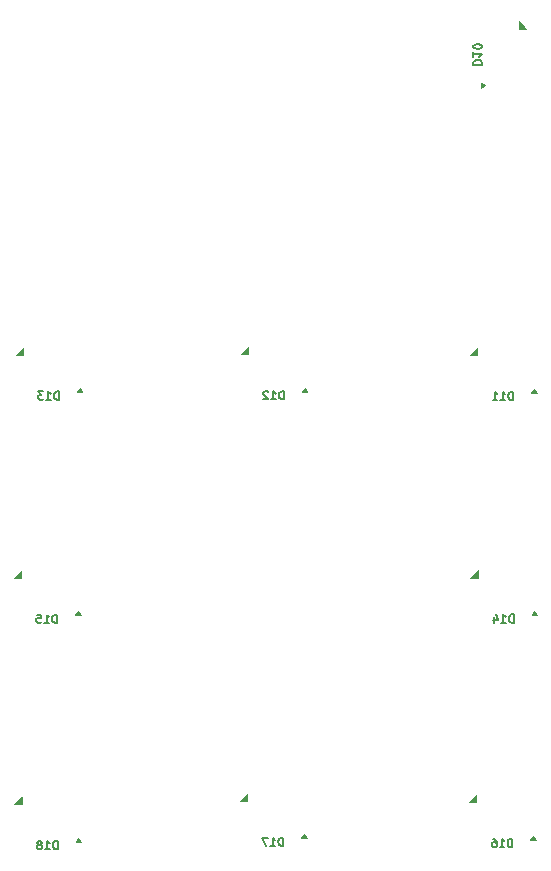
<source format=gbr>
%TF.GenerationSoftware,KiCad,Pcbnew,9.0.2*%
%TF.CreationDate,2025-07-10T19:44:47-04:00*%
%TF.ProjectId,AAPad_pcb,41415061-645f-4706-9362-2e6b69636164,rev?*%
%TF.SameCoordinates,Original*%
%TF.FileFunction,Legend,Bot*%
%TF.FilePolarity,Positive*%
%FSLAX46Y46*%
G04 Gerber Fmt 4.6, Leading zero omitted, Abs format (unit mm)*
G04 Created by KiCad (PCBNEW 9.0.2) date 2025-07-10 19:44:47*
%MOMM*%
%LPD*%
G01*
G04 APERTURE LIST*
%ADD10C,0.150000*%
%ADD11C,0.100000*%
%ADD12C,0.120000*%
G04 APERTURE END LIST*
D10*
X112486200Y-76831133D02*
X112486200Y-76131133D01*
X112486200Y-76131133D02*
X112319533Y-76131133D01*
X112319533Y-76131133D02*
X112219533Y-76164466D01*
X112219533Y-76164466D02*
X112152867Y-76231133D01*
X112152867Y-76231133D02*
X112119533Y-76297800D01*
X112119533Y-76297800D02*
X112086200Y-76431133D01*
X112086200Y-76431133D02*
X112086200Y-76531133D01*
X112086200Y-76531133D02*
X112119533Y-76664466D01*
X112119533Y-76664466D02*
X112152867Y-76731133D01*
X112152867Y-76731133D02*
X112219533Y-76797800D01*
X112219533Y-76797800D02*
X112319533Y-76831133D01*
X112319533Y-76831133D02*
X112486200Y-76831133D01*
X111419533Y-76831133D02*
X111819533Y-76831133D01*
X111619533Y-76831133D02*
X111619533Y-76131133D01*
X111619533Y-76131133D02*
X111686200Y-76231133D01*
X111686200Y-76231133D02*
X111752867Y-76297800D01*
X111752867Y-76297800D02*
X111819533Y-76331133D01*
X111152866Y-76197800D02*
X111119533Y-76164466D01*
X111119533Y-76164466D02*
X111052866Y-76131133D01*
X111052866Y-76131133D02*
X110886200Y-76131133D01*
X110886200Y-76131133D02*
X110819533Y-76164466D01*
X110819533Y-76164466D02*
X110786200Y-76197800D01*
X110786200Y-76197800D02*
X110752866Y-76264466D01*
X110752866Y-76264466D02*
X110752866Y-76331133D01*
X110752866Y-76331133D02*
X110786200Y-76431133D01*
X110786200Y-76431133D02*
X111186200Y-76831133D01*
X111186200Y-76831133D02*
X110752866Y-76831133D01*
X128552766Y-48475000D02*
X129252766Y-48475000D01*
X129252766Y-48475000D02*
X129252766Y-48308333D01*
X129252766Y-48308333D02*
X129219433Y-48208333D01*
X129219433Y-48208333D02*
X129152766Y-48141667D01*
X129152766Y-48141667D02*
X129086100Y-48108333D01*
X129086100Y-48108333D02*
X128952766Y-48075000D01*
X128952766Y-48075000D02*
X128852766Y-48075000D01*
X128852766Y-48075000D02*
X128719433Y-48108333D01*
X128719433Y-48108333D02*
X128652766Y-48141667D01*
X128652766Y-48141667D02*
X128586100Y-48208333D01*
X128586100Y-48208333D02*
X128552766Y-48308333D01*
X128552766Y-48308333D02*
X128552766Y-48475000D01*
X128552766Y-47408333D02*
X128552766Y-47808333D01*
X128552766Y-47608333D02*
X129252766Y-47608333D01*
X129252766Y-47608333D02*
X129152766Y-47675000D01*
X129152766Y-47675000D02*
X129086100Y-47741667D01*
X129086100Y-47741667D02*
X129052766Y-47808333D01*
X129252766Y-46975000D02*
X129252766Y-46908333D01*
X129252766Y-46908333D02*
X129219433Y-46841666D01*
X129219433Y-46841666D02*
X129186100Y-46808333D01*
X129186100Y-46808333D02*
X129119433Y-46775000D01*
X129119433Y-46775000D02*
X128986100Y-46741666D01*
X128986100Y-46741666D02*
X128819433Y-46741666D01*
X128819433Y-46741666D02*
X128686100Y-46775000D01*
X128686100Y-46775000D02*
X128619433Y-46808333D01*
X128619433Y-46808333D02*
X128586100Y-46841666D01*
X128586100Y-46841666D02*
X128552766Y-46908333D01*
X128552766Y-46908333D02*
X128552766Y-46975000D01*
X128552766Y-46975000D02*
X128586100Y-47041666D01*
X128586100Y-47041666D02*
X128619433Y-47075000D01*
X128619433Y-47075000D02*
X128686100Y-47108333D01*
X128686100Y-47108333D02*
X128819433Y-47141666D01*
X128819433Y-47141666D02*
X128986100Y-47141666D01*
X128986100Y-47141666D02*
X129119433Y-47108333D01*
X129119433Y-47108333D02*
X129186100Y-47075000D01*
X129186100Y-47075000D02*
X129219433Y-47041666D01*
X129219433Y-47041666D02*
X129252766Y-46975000D01*
X131947900Y-95723733D02*
X131947900Y-95023733D01*
X131947900Y-95023733D02*
X131781233Y-95023733D01*
X131781233Y-95023733D02*
X131681233Y-95057066D01*
X131681233Y-95057066D02*
X131614567Y-95123733D01*
X131614567Y-95123733D02*
X131581233Y-95190400D01*
X131581233Y-95190400D02*
X131547900Y-95323733D01*
X131547900Y-95323733D02*
X131547900Y-95423733D01*
X131547900Y-95423733D02*
X131581233Y-95557066D01*
X131581233Y-95557066D02*
X131614567Y-95623733D01*
X131614567Y-95623733D02*
X131681233Y-95690400D01*
X131681233Y-95690400D02*
X131781233Y-95723733D01*
X131781233Y-95723733D02*
X131947900Y-95723733D01*
X130881233Y-95723733D02*
X131281233Y-95723733D01*
X131081233Y-95723733D02*
X131081233Y-95023733D01*
X131081233Y-95023733D02*
X131147900Y-95123733D01*
X131147900Y-95123733D02*
X131214567Y-95190400D01*
X131214567Y-95190400D02*
X131281233Y-95223733D01*
X130281233Y-95257066D02*
X130281233Y-95723733D01*
X130447900Y-94990400D02*
X130614566Y-95490400D01*
X130614566Y-95490400D02*
X130181233Y-95490400D01*
X93279800Y-95736933D02*
X93279800Y-95036933D01*
X93279800Y-95036933D02*
X93113133Y-95036933D01*
X93113133Y-95036933D02*
X93013133Y-95070266D01*
X93013133Y-95070266D02*
X92946467Y-95136933D01*
X92946467Y-95136933D02*
X92913133Y-95203600D01*
X92913133Y-95203600D02*
X92879800Y-95336933D01*
X92879800Y-95336933D02*
X92879800Y-95436933D01*
X92879800Y-95436933D02*
X92913133Y-95570266D01*
X92913133Y-95570266D02*
X92946467Y-95636933D01*
X92946467Y-95636933D02*
X93013133Y-95703600D01*
X93013133Y-95703600D02*
X93113133Y-95736933D01*
X93113133Y-95736933D02*
X93279800Y-95736933D01*
X92213133Y-95736933D02*
X92613133Y-95736933D01*
X92413133Y-95736933D02*
X92413133Y-95036933D01*
X92413133Y-95036933D02*
X92479800Y-95136933D01*
X92479800Y-95136933D02*
X92546467Y-95203600D01*
X92546467Y-95203600D02*
X92613133Y-95236933D01*
X91579800Y-95036933D02*
X91913133Y-95036933D01*
X91913133Y-95036933D02*
X91946466Y-95370266D01*
X91946466Y-95370266D02*
X91913133Y-95336933D01*
X91913133Y-95336933D02*
X91846466Y-95303600D01*
X91846466Y-95303600D02*
X91679800Y-95303600D01*
X91679800Y-95303600D02*
X91613133Y-95336933D01*
X91613133Y-95336933D02*
X91579800Y-95370266D01*
X91579800Y-95370266D02*
X91546466Y-95436933D01*
X91546466Y-95436933D02*
X91546466Y-95603600D01*
X91546466Y-95603600D02*
X91579800Y-95670266D01*
X91579800Y-95670266D02*
X91613133Y-95703600D01*
X91613133Y-95703600D02*
X91679800Y-95736933D01*
X91679800Y-95736933D02*
X91846466Y-95736933D01*
X91846466Y-95736933D02*
X91913133Y-95703600D01*
X91913133Y-95703600D02*
X91946466Y-95670266D01*
X93434000Y-76853433D02*
X93434000Y-76153433D01*
X93434000Y-76153433D02*
X93267333Y-76153433D01*
X93267333Y-76153433D02*
X93167333Y-76186766D01*
X93167333Y-76186766D02*
X93100667Y-76253433D01*
X93100667Y-76253433D02*
X93067333Y-76320100D01*
X93067333Y-76320100D02*
X93034000Y-76453433D01*
X93034000Y-76453433D02*
X93034000Y-76553433D01*
X93034000Y-76553433D02*
X93067333Y-76686766D01*
X93067333Y-76686766D02*
X93100667Y-76753433D01*
X93100667Y-76753433D02*
X93167333Y-76820100D01*
X93167333Y-76820100D02*
X93267333Y-76853433D01*
X93267333Y-76853433D02*
X93434000Y-76853433D01*
X92367333Y-76853433D02*
X92767333Y-76853433D01*
X92567333Y-76853433D02*
X92567333Y-76153433D01*
X92567333Y-76153433D02*
X92634000Y-76253433D01*
X92634000Y-76253433D02*
X92700667Y-76320100D01*
X92700667Y-76320100D02*
X92767333Y-76353433D01*
X92134000Y-76153433D02*
X91700666Y-76153433D01*
X91700666Y-76153433D02*
X91934000Y-76420100D01*
X91934000Y-76420100D02*
X91834000Y-76420100D01*
X91834000Y-76420100D02*
X91767333Y-76453433D01*
X91767333Y-76453433D02*
X91734000Y-76486766D01*
X91734000Y-76486766D02*
X91700666Y-76553433D01*
X91700666Y-76553433D02*
X91700666Y-76720100D01*
X91700666Y-76720100D02*
X91734000Y-76786766D01*
X91734000Y-76786766D02*
X91767333Y-76820100D01*
X91767333Y-76820100D02*
X91834000Y-76853433D01*
X91834000Y-76853433D02*
X92034000Y-76853433D01*
X92034000Y-76853433D02*
X92100666Y-76820100D01*
X92100666Y-76820100D02*
X92134000Y-76786766D01*
X112425300Y-114622433D02*
X112425300Y-113922433D01*
X112425300Y-113922433D02*
X112258633Y-113922433D01*
X112258633Y-113922433D02*
X112158633Y-113955766D01*
X112158633Y-113955766D02*
X112091967Y-114022433D01*
X112091967Y-114022433D02*
X112058633Y-114089100D01*
X112058633Y-114089100D02*
X112025300Y-114222433D01*
X112025300Y-114222433D02*
X112025300Y-114322433D01*
X112025300Y-114322433D02*
X112058633Y-114455766D01*
X112058633Y-114455766D02*
X112091967Y-114522433D01*
X112091967Y-114522433D02*
X112158633Y-114589100D01*
X112158633Y-114589100D02*
X112258633Y-114622433D01*
X112258633Y-114622433D02*
X112425300Y-114622433D01*
X111358633Y-114622433D02*
X111758633Y-114622433D01*
X111558633Y-114622433D02*
X111558633Y-113922433D01*
X111558633Y-113922433D02*
X111625300Y-114022433D01*
X111625300Y-114022433D02*
X111691967Y-114089100D01*
X111691967Y-114089100D02*
X111758633Y-114122433D01*
X111125300Y-113922433D02*
X110658633Y-113922433D01*
X110658633Y-113922433D02*
X110958633Y-114622433D01*
X131840300Y-114726533D02*
X131840300Y-114026533D01*
X131840300Y-114026533D02*
X131673633Y-114026533D01*
X131673633Y-114026533D02*
X131573633Y-114059866D01*
X131573633Y-114059866D02*
X131506967Y-114126533D01*
X131506967Y-114126533D02*
X131473633Y-114193200D01*
X131473633Y-114193200D02*
X131440300Y-114326533D01*
X131440300Y-114326533D02*
X131440300Y-114426533D01*
X131440300Y-114426533D02*
X131473633Y-114559866D01*
X131473633Y-114559866D02*
X131506967Y-114626533D01*
X131506967Y-114626533D02*
X131573633Y-114693200D01*
X131573633Y-114693200D02*
X131673633Y-114726533D01*
X131673633Y-114726533D02*
X131840300Y-114726533D01*
X130773633Y-114726533D02*
X131173633Y-114726533D01*
X130973633Y-114726533D02*
X130973633Y-114026533D01*
X130973633Y-114026533D02*
X131040300Y-114126533D01*
X131040300Y-114126533D02*
X131106967Y-114193200D01*
X131106967Y-114193200D02*
X131173633Y-114226533D01*
X130173633Y-114026533D02*
X130306966Y-114026533D01*
X130306966Y-114026533D02*
X130373633Y-114059866D01*
X130373633Y-114059866D02*
X130406966Y-114093200D01*
X130406966Y-114093200D02*
X130473633Y-114193200D01*
X130473633Y-114193200D02*
X130506966Y-114326533D01*
X130506966Y-114326533D02*
X130506966Y-114593200D01*
X130506966Y-114593200D02*
X130473633Y-114659866D01*
X130473633Y-114659866D02*
X130440300Y-114693200D01*
X130440300Y-114693200D02*
X130373633Y-114726533D01*
X130373633Y-114726533D02*
X130240300Y-114726533D01*
X130240300Y-114726533D02*
X130173633Y-114693200D01*
X130173633Y-114693200D02*
X130140300Y-114659866D01*
X130140300Y-114659866D02*
X130106966Y-114593200D01*
X130106966Y-114593200D02*
X130106966Y-114426533D01*
X130106966Y-114426533D02*
X130140300Y-114359866D01*
X130140300Y-114359866D02*
X130173633Y-114326533D01*
X130173633Y-114326533D02*
X130240300Y-114293200D01*
X130240300Y-114293200D02*
X130373633Y-114293200D01*
X130373633Y-114293200D02*
X130440300Y-114326533D01*
X130440300Y-114326533D02*
X130473633Y-114359866D01*
X130473633Y-114359866D02*
X130506966Y-114426533D01*
X93344300Y-114920333D02*
X93344300Y-114220333D01*
X93344300Y-114220333D02*
X93177633Y-114220333D01*
X93177633Y-114220333D02*
X93077633Y-114253666D01*
X93077633Y-114253666D02*
X93010967Y-114320333D01*
X93010967Y-114320333D02*
X92977633Y-114387000D01*
X92977633Y-114387000D02*
X92944300Y-114520333D01*
X92944300Y-114520333D02*
X92944300Y-114620333D01*
X92944300Y-114620333D02*
X92977633Y-114753666D01*
X92977633Y-114753666D02*
X93010967Y-114820333D01*
X93010967Y-114820333D02*
X93077633Y-114887000D01*
X93077633Y-114887000D02*
X93177633Y-114920333D01*
X93177633Y-114920333D02*
X93344300Y-114920333D01*
X92277633Y-114920333D02*
X92677633Y-114920333D01*
X92477633Y-114920333D02*
X92477633Y-114220333D01*
X92477633Y-114220333D02*
X92544300Y-114320333D01*
X92544300Y-114320333D02*
X92610967Y-114387000D01*
X92610967Y-114387000D02*
X92677633Y-114420333D01*
X91877633Y-114520333D02*
X91944300Y-114487000D01*
X91944300Y-114487000D02*
X91977633Y-114453666D01*
X91977633Y-114453666D02*
X92010966Y-114387000D01*
X92010966Y-114387000D02*
X92010966Y-114353666D01*
X92010966Y-114353666D02*
X91977633Y-114287000D01*
X91977633Y-114287000D02*
X91944300Y-114253666D01*
X91944300Y-114253666D02*
X91877633Y-114220333D01*
X91877633Y-114220333D02*
X91744300Y-114220333D01*
X91744300Y-114220333D02*
X91677633Y-114253666D01*
X91677633Y-114253666D02*
X91644300Y-114287000D01*
X91644300Y-114287000D02*
X91610966Y-114353666D01*
X91610966Y-114353666D02*
X91610966Y-114387000D01*
X91610966Y-114387000D02*
X91644300Y-114453666D01*
X91644300Y-114453666D02*
X91677633Y-114487000D01*
X91677633Y-114487000D02*
X91744300Y-114520333D01*
X91744300Y-114520333D02*
X91877633Y-114520333D01*
X91877633Y-114520333D02*
X91944300Y-114553666D01*
X91944300Y-114553666D02*
X91977633Y-114587000D01*
X91977633Y-114587000D02*
X92010966Y-114653666D01*
X92010966Y-114653666D02*
X92010966Y-114787000D01*
X92010966Y-114787000D02*
X91977633Y-114853666D01*
X91977633Y-114853666D02*
X91944300Y-114887000D01*
X91944300Y-114887000D02*
X91877633Y-114920333D01*
X91877633Y-114920333D02*
X91744300Y-114920333D01*
X91744300Y-114920333D02*
X91677633Y-114887000D01*
X91677633Y-114887000D02*
X91644300Y-114853666D01*
X91644300Y-114853666D02*
X91610966Y-114787000D01*
X91610966Y-114787000D02*
X91610966Y-114653666D01*
X91610966Y-114653666D02*
X91644300Y-114587000D01*
X91644300Y-114587000D02*
X91677633Y-114553666D01*
X91677633Y-114553666D02*
X91744300Y-114520333D01*
X131909100Y-76889933D02*
X131909100Y-76189933D01*
X131909100Y-76189933D02*
X131742433Y-76189933D01*
X131742433Y-76189933D02*
X131642433Y-76223266D01*
X131642433Y-76223266D02*
X131575767Y-76289933D01*
X131575767Y-76289933D02*
X131542433Y-76356600D01*
X131542433Y-76356600D02*
X131509100Y-76489933D01*
X131509100Y-76489933D02*
X131509100Y-76589933D01*
X131509100Y-76589933D02*
X131542433Y-76723266D01*
X131542433Y-76723266D02*
X131575767Y-76789933D01*
X131575767Y-76789933D02*
X131642433Y-76856600D01*
X131642433Y-76856600D02*
X131742433Y-76889933D01*
X131742433Y-76889933D02*
X131909100Y-76889933D01*
X130842433Y-76889933D02*
X131242433Y-76889933D01*
X131042433Y-76889933D02*
X131042433Y-76189933D01*
X131042433Y-76189933D02*
X131109100Y-76289933D01*
X131109100Y-76289933D02*
X131175767Y-76356600D01*
X131175767Y-76356600D02*
X131242433Y-76389933D01*
X130175766Y-76889933D02*
X130575766Y-76889933D01*
X130375766Y-76889933D02*
X130375766Y-76189933D01*
X130375766Y-76189933D02*
X130442433Y-76289933D01*
X130442433Y-76289933D02*
X130509100Y-76356600D01*
X130509100Y-76356600D02*
X130575766Y-76389933D01*
D11*
%TO.C,D12*%
X109436200Y-73015100D02*
X108836200Y-73015100D01*
X109436200Y-72415100D01*
X109436200Y-73015100D01*
G36*
X109436200Y-73015100D02*
G01*
X108836200Y-73015100D01*
X109436200Y-72415100D01*
X109436200Y-73015100D01*
G37*
D12*
X114496200Y-76193100D02*
X114016200Y-76193100D01*
X114256200Y-75863100D01*
X114496200Y-76193100D01*
G36*
X114496200Y-76193100D02*
G01*
X114016200Y-76193100D01*
X114256200Y-75863100D01*
X114496200Y-76193100D01*
G37*
D11*
%TO.C,D10*%
X132968800Y-45425000D02*
X132368800Y-45425000D01*
X132368800Y-44825000D01*
X132968800Y-45425000D01*
G36*
X132968800Y-45425000D02*
G01*
X132368800Y-45425000D01*
X132368800Y-44825000D01*
X132968800Y-45425000D01*
G37*
D12*
X129520800Y-50245000D02*
X129190800Y-50485000D01*
X129190800Y-50005000D01*
X129520800Y-50245000D01*
G36*
X129520800Y-50245000D02*
G01*
X129190800Y-50485000D01*
X129190800Y-50005000D01*
X129520800Y-50245000D01*
G37*
D11*
%TO.C,D14*%
X128897900Y-91907700D02*
X128297900Y-91907700D01*
X128897900Y-91307700D01*
X128897900Y-91907700D01*
G36*
X128897900Y-91907700D02*
G01*
X128297900Y-91907700D01*
X128897900Y-91307700D01*
X128897900Y-91907700D01*
G37*
D12*
X133957900Y-95085700D02*
X133477900Y-95085700D01*
X133717900Y-94755700D01*
X133957900Y-95085700D01*
G36*
X133957900Y-95085700D02*
G01*
X133477900Y-95085700D01*
X133717900Y-94755700D01*
X133957900Y-95085700D01*
G37*
D11*
%TO.C,D15*%
X90229800Y-91920900D02*
X89629800Y-91920900D01*
X90229800Y-91320900D01*
X90229800Y-91920900D01*
G36*
X90229800Y-91920900D02*
G01*
X89629800Y-91920900D01*
X90229800Y-91320900D01*
X90229800Y-91920900D01*
G37*
D12*
X95289800Y-95098900D02*
X94809800Y-95098900D01*
X95049800Y-94768900D01*
X95289800Y-95098900D01*
G36*
X95289800Y-95098900D02*
G01*
X94809800Y-95098900D01*
X95049800Y-94768900D01*
X95289800Y-95098900D01*
G37*
D11*
%TO.C,D13*%
X90384000Y-73037400D02*
X89784000Y-73037400D01*
X90384000Y-72437400D01*
X90384000Y-73037400D01*
G36*
X90384000Y-73037400D02*
G01*
X89784000Y-73037400D01*
X90384000Y-72437400D01*
X90384000Y-73037400D01*
G37*
D12*
X95444000Y-76215400D02*
X94964000Y-76215400D01*
X95204000Y-75885400D01*
X95444000Y-76215400D01*
G36*
X95444000Y-76215400D02*
G01*
X94964000Y-76215400D01*
X95204000Y-75885400D01*
X95444000Y-76215400D01*
G37*
D11*
%TO.C,D17*%
X109375300Y-110806400D02*
X108775300Y-110806400D01*
X109375300Y-110206400D01*
X109375300Y-110806400D01*
G36*
X109375300Y-110806400D02*
G01*
X108775300Y-110806400D01*
X109375300Y-110206400D01*
X109375300Y-110806400D01*
G37*
D12*
X114435300Y-113984400D02*
X113955300Y-113984400D01*
X114195300Y-113654400D01*
X114435300Y-113984400D01*
G36*
X114435300Y-113984400D02*
G01*
X113955300Y-113984400D01*
X114195300Y-113654400D01*
X114435300Y-113984400D01*
G37*
D11*
%TO.C,D16*%
X128790300Y-110910500D02*
X128190300Y-110910500D01*
X128790300Y-110310500D01*
X128790300Y-110910500D01*
G36*
X128790300Y-110910500D02*
G01*
X128190300Y-110910500D01*
X128790300Y-110310500D01*
X128790300Y-110910500D01*
G37*
D12*
X133850300Y-114088500D02*
X133370300Y-114088500D01*
X133610300Y-113758500D01*
X133850300Y-114088500D01*
G36*
X133850300Y-114088500D02*
G01*
X133370300Y-114088500D01*
X133610300Y-113758500D01*
X133850300Y-114088500D01*
G37*
D11*
%TO.C,D18*%
X90294300Y-111104300D02*
X89694300Y-111104300D01*
X90294300Y-110504300D01*
X90294300Y-111104300D01*
G36*
X90294300Y-111104300D02*
G01*
X89694300Y-111104300D01*
X90294300Y-110504300D01*
X90294300Y-111104300D01*
G37*
D12*
X95354300Y-114282300D02*
X94874300Y-114282300D01*
X95114300Y-113952300D01*
X95354300Y-114282300D01*
G36*
X95354300Y-114282300D02*
G01*
X94874300Y-114282300D01*
X95114300Y-113952300D01*
X95354300Y-114282300D01*
G37*
D11*
%TO.C,D11*%
X128859100Y-73073900D02*
X128259100Y-73073900D01*
X128859100Y-72473900D01*
X128859100Y-73073900D01*
G36*
X128859100Y-73073900D02*
G01*
X128259100Y-73073900D01*
X128859100Y-72473900D01*
X128859100Y-73073900D01*
G37*
D12*
X133919100Y-76251900D02*
X133439100Y-76251900D01*
X133679100Y-75921900D01*
X133919100Y-76251900D01*
G36*
X133919100Y-76251900D02*
G01*
X133439100Y-76251900D01*
X133679100Y-75921900D01*
X133919100Y-76251900D01*
G37*
%TD*%
M02*

</source>
